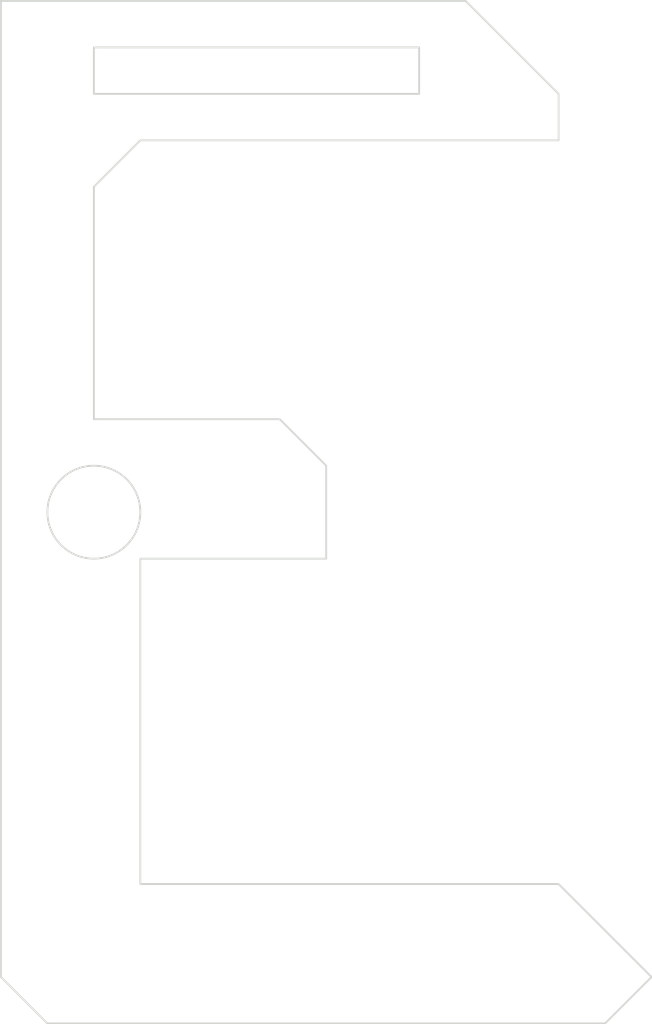
<source format=kicad_pcb>
(kicad_pcb (version 20221018) (generator pcbnew)

  (general
    (thickness 1.6)
  )

  (paper "A4")
  (layers
    (0 "F.Cu" signal)
    (31 "B.Cu" signal)
    (32 "B.Adhes" user "B.Adhesive")
    (33 "F.Adhes" user "F.Adhesive")
    (34 "B.Paste" user)
    (35 "F.Paste" user)
    (36 "B.SilkS" user "B.Silkscreen")
    (37 "F.SilkS" user "F.Silkscreen")
    (38 "B.Mask" user)
    (39 "F.Mask" user)
    (40 "Dwgs.User" user "User.Drawings")
    (41 "Cmts.User" user "User.Comments")
    (42 "Eco1.User" user "User.Eco1")
    (43 "Eco2.User" user "User.Eco2")
    (44 "Edge.Cuts" user)
    (45 "Margin" user)
    (46 "B.CrtYd" user "B.Courtyard")
    (47 "F.CrtYd" user "F.Courtyard")
    (48 "B.Fab" user)
    (49 "F.Fab" user)
    (50 "User.1" user)
    (51 "User.2" user)
    (52 "User.3" user)
    (53 "User.4" user)
    (54 "User.5" user)
    (55 "User.6" user)
    (56 "User.7" user)
    (57 "User.8" user)
    (58 "User.9" user)
  )

  (setup
    (pad_to_mask_clearance 0)
    (pcbplotparams
      (layerselection 0x00010fc_ffffffff)
      (plot_on_all_layers_selection 0x0000000_00000000)
      (disableapertmacros false)
      (usegerberextensions false)
      (usegerberattributes true)
      (usegerberadvancedattributes true)
      (creategerberjobfile true)
      (dashed_line_dash_ratio 12.000000)
      (dashed_line_gap_ratio 3.000000)
      (svgprecision 4)
      (plotframeref false)
      (viasonmask false)
      (mode 1)
      (useauxorigin false)
      (hpglpennumber 1)
      (hpglpenspeed 20)
      (hpglpendiameter 15.000000)
      (dxfpolygonmode true)
      (dxfimperialunits true)
      (dxfusepcbnewfont true)
      (psnegative false)
      (psa4output false)
      (plotreference true)
      (plotvalue true)
      (plotinvisibletext false)
      (sketchpadsonfab false)
      (subtractmaskfromsilk false)
      (outputformat 1)
      (mirror false)
      (drillshape 1)
      (scaleselection 1)
      (outputdirectory "")
    )
  )

  (net 0 "")

  (gr_poly
    (pts
      (xy 127 50.8)
      (xy 101.6 50.8)
      (xy 101.6 104.14)
      (xy 104.14 106.68)
      (xy 134.62 106.68)
      (xy 137.16 104.14)
      (xy 132.08 99.06)
      (xy 109.22 99.06)
      (xy 109.22 81.28)
      (xy 119.38 81.28)
      (xy 119.38 76.2)
      (xy 116.84 73.66)
      (xy 106.68 73.66)
      (xy 106.68 60.96)
      (xy 109.22 58.42)
      (xy 132.08 58.42)
      (xy 132.08 55.88)
    )

    (stroke (width 0.1) (type solid)) (fill none) (layer "Edge.Cuts") (tstamp 68c04fa7-761d-400b-a616-93906f6cea7e))
  (gr_poly
    (pts
      (xy 106.68 55.88)
      (xy 124.46 55.88)
      (xy 124.46 53.34)
      (xy 106.68 53.34)
    )

    (stroke (width 0.1) (type solid)) (fill none) (layer "Edge.Cuts") (tstamp 87e881c3-848b-4b81-86d7-fa6fc7920525))
  (gr_circle (center 106.68 78.74) (end 109.22 78.74)
    (stroke (width 0.1) (type solid)) (fill none) (layer "Edge.Cuts") (tstamp f46eebbc-8f4e-4b8f-9b04-c80eb281bd5c))

)

</source>
